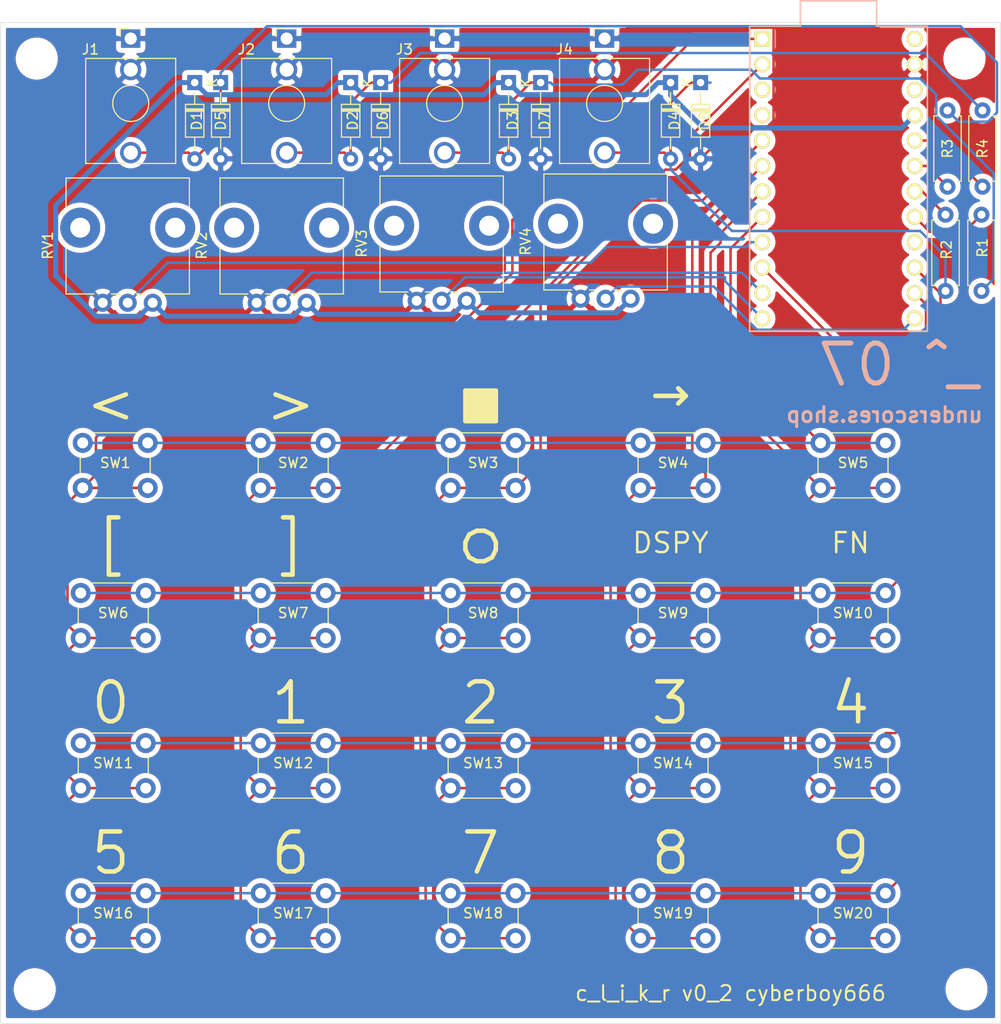
<source format=kicad_pcb>
(kicad_pcb (version 20171130) (host pcbnew "(5.1.4-0-10_14)")
  (layers (0 F.Cu signal) (31 B.Cu signal) (34 B.Paste user) (35 F.Paste user) (36 B.SilkS user) (37 F.SilkS user) (38 B.Mask user) (39 F.Mask user) (44 Edge.Cuts user))
  (net 0 "")
  (net 1 +5V)
  (net 2 analog_6)
  (net 3 analog_7)
  (net 4 analog_4)
  (net 5 analog_5)
  (net 6 GND)
  (net 7 analog_0)
  (net 8 analog_1)
  (net 9 analog_2)
  (net 10 analog_3)
  (net 11 key_y0)
  (net 12 key_x0)
  (net 13 key_x1)
  (net 14 key_x2)
  (net 15 key_x3)
  (net 16 key_x4)
  (net 17 key_y1)
  (net 18 key_y2)
  (net 19 key_y3)
  (net 20 "Net-(U1-Pad3)")
  (net 21 "Net-(U1-Pad4)")
  (net 22 "Net-(U1-Pad16)")
  (net 23 "Net-(U1-Pad22)")
  (net 24 "Net-(U1-Pad24)")
  (net 25 "Net-(D1-Pad2)")
  (net 26 "Net-(D2-Pad2)")
  (net 27 "Net-(D3-Pad2)")
  (net 28 "Net-(D4-Pad2)")
  (module MountingHole:MountingHole_3.2mm_M3 (layer F.Cu) (at 108.4 146.6)
    (fp_text reference "" (at 0 -4.2) (layer F.SilkS))
    (fp_text value MountingHole_3.2mm_M3)
    (pad 1 np_thru_hole circle (at 0 0) (size 3.2 3.2) (drill 3.2) (layers *.Cu *.Mask))
  )
  (module MountingHole:MountingHole_3.2mm_M3 (layer F.Cu) (at 201.6 146.6)
    (fp_text reference REF** hide)
    (fp_text value MountingHole_3.2mm_M3)
    (pad 1 np_thru_hole circle (at 0 0) (size 3.2 3.2) (drill 3.2) (layers *.Cu *.Mask))
  )
  (module MountingHole:MountingHole_3.2mm_M3 (layer F.Cu) (at 201.4 53.6)
    (fp_text reference REF** hide)
    (fp_text value MountingHole_3.2mm_M3)
    (pad 1 np_thru_hole circle (at 0 0) (size 3.2 3.2) (drill 3.2) (layers *.Cu *.Mask))
  )
  (module MountingHole:MountingHole_3.2mm_M3 (layer F.Cu) (at 108.6 53.6)
    (fp_text reference REF** hide)
    (fp_text value MountingHole_3.2mm_M3)
    (pad 1 np_thru_hole circle (at 0 0) (size 3.2 3.2) (drill 3.2) (layers *.Cu *.Mask))
  )
  (module Diode_THT:D_DO-34_SOD68_P7.62mm_Horizontal (layer F.Cu) (at 124.4 56 270)
    (fp_text reference D1 (at 3.81 -0.2 90) (layer F.SilkS))
    (fp_text value bat46)
    (fp_text user K (at 0 -1.75 90) (layer F.SilkS))
    (pad 2 thru_hole oval (at 7.62 0 270) (size 1.5 1.5) (drill 0.75) (layers *.Cu *.Mask) (net 25 "Net-(D1-Pad2)"))
    (pad 1 thru_hole rect (at 0 0 270) (size 1.5 1.5) (drill 0.75) (layers *.Cu *.Mask) (net 1 +5V))
  )
  (module Diode_THT:D_DO-34_SOD68_P7.62mm_Horizontal (layer F.Cu) (at 140 56 270)
    (fp_text reference D2 (at 3.81 -0.2 90) (layer F.SilkS))
    (fp_text value bat46)
    (fp_text user K (at 0 -1.75 90) (layer F.SilkS))
    (pad 2 thru_hole oval (at 7.62 0 270) (size 1.5 1.5) (drill 0.75) (layers *.Cu *.Mask) (net 26 "Net-(D2-Pad2)"))
    (pad 1 thru_hole rect (at 0 0 270) (size 1.5 1.5) (drill 0.75) (layers *.Cu *.Mask) (net 1 +5V))
  )
  (module Diode_THT:D_DO-34_SOD68_P7.62mm_Horizontal (layer F.Cu) (at 155.8 56 270)
    (fp_text reference D3 (at 3.8 -0.4 90) (layer F.SilkS))
    (fp_text value bat46)
    (fp_text user K (at 0 -1.75 90) (layer F.SilkS))
    (pad 2 thru_hole oval (at 7.62 0 270) (size 1.5 1.5) (drill 0.75) (layers *.Cu *.Mask) (net 27 "Net-(D3-Pad2)"))
    (pad 1 thru_hole rect (at 0 0 270) (size 1.5 1.5) (drill 0.75) (layers *.Cu *.Mask) (net 1 +5V))
  )
  (module Diode_THT:D_DO-34_SOD68_P7.62mm_Horizontal (layer F.Cu) (at 172 56 270)
    (fp_text reference D4 (at 3.8 -0.4 90) (layer F.SilkS))
    (fp_text value bat46)
    (fp_text user K (at 0 -1.75 90) (layer F.SilkS))
    (pad 2 thru_hole oval (at 7.62 0 270) (size 1.5 1.5) (drill 0.75) (layers *.Cu *.Mask) (net 28 "Net-(D4-Pad2)"))
    (pad 1 thru_hole rect (at 0 0 270) (size 1.5 1.5) (drill 0.75) (layers *.Cu *.Mask) (net 1 +5V))
  )
  (module Diode_THT:D_DO-34_SOD68_P7.62mm_Horizontal (layer F.Cu) (at 127 56 270)
    (fp_text reference D5 (at 3.81 0 90) (layer F.SilkS))
    (fp_text value bat46)
    (pad 2 thru_hole oval (at 7.62 0 270) (size 1.5 1.5) (drill 0.75) (layers *.Cu *.Mask) (net 6 GND))
    (pad 1 thru_hole rect (at 0 0 270) (size 1.5 1.5) (drill 0.75) (layers *.Cu *.Mask) (net 25 "Net-(D1-Pad2)"))
  )
  (module Diode_THT:D_DO-34_SOD68_P7.62mm_Horizontal (layer F.Cu) (at 143 56 270)
    (fp_text reference D6 (at 3.81 -0.2 90) (layer F.SilkS))
    (fp_text value bat46)
    (pad 2 thru_hole oval (at 7.62 0 270) (size 1.5 1.5) (drill 0.75) (layers *.Cu *.Mask) (net 6 GND))
    (pad 1 thru_hole rect (at 0 0 270) (size 1.5 1.5) (drill 0.75) (layers *.Cu *.Mask) (net 26 "Net-(D2-Pad2)"))
  )
  (module Diode_THT:D_DO-34_SOD68_P7.62mm_Horizontal (layer F.Cu) (at 159 56 270)
    (fp_text reference D7 (at 3.8 -0.4 90) (layer F.SilkS))
    (fp_text value bat46)
    (pad 2 thru_hole oval (at 7.62 0 270) (size 1.5 1.5) (drill 0.75) (layers *.Cu *.Mask) (net 6 GND))
    (pad 1 thru_hole rect (at 0 0 270) (size 1.5 1.5) (drill 0.75) (layers *.Cu *.Mask) (net 27 "Net-(D3-Pad2)"))
  )
  (module Diode_THT:D_DO-34_SOD68_P7.62mm_Horizontal (layer F.Cu) (at 175 56 270)
    (fp_text reference D8 (at 3.81 -0.4 90) (layer F.SilkS))
    (fp_text value bat46)
    (pad 2 thru_hole oval (at 7.62 0 270) (size 1.5 1.5) (drill 0.75) (layers *.Cu *.Mask) (net 6 GND))
    (pad 1 thru_hole rect (at 0 0 270) (size 1.5 1.5) (drill 0.75) (layers *.Cu *.Mask) (net 28 "Net-(D4-Pad2)"))
  )
  (module Connector_Audio:Jack_3.5mm_QingPu_WQP-PJ398SM_Vertical_CircularHoles (layer F.Cu) (at 118 51.6)
    (fp_text reference J1 (at -4.03 1.08 180) (layer F.SilkS))
    (fp_text value mono_jack_3.5mm)
    (pad T thru_hole circle (at 0 11.4 180) (size 2.13 2.13) (drill 1.43) (layers *.Cu *.Mask) (net 25 "Net-(D1-Pad2)"))
    (pad S thru_hole rect (at 0 0 180) (size 1.93 1.83) (drill 1.22) (layers *.Cu *.Mask) (net 6 GND))
    (pad TN thru_hole circle (at 0 3.1 180) (size 2.13 2.13) (drill 1.42) (layers *.Cu *.Mask) (net 6 GND))
  )
  (module Connector_Audio:Jack_3.5mm_QingPu_WQP-PJ398SM_Vertical_CircularHoles (layer F.Cu) (at 133.6 51.6)
    (fp_text reference J2 (at -4.03 1.08 180) (layer F.SilkS))
    (fp_text value mono_jack_3.5mm)
    (pad T thru_hole circle (at 0 11.4 180) (size 2.13 2.13) (drill 1.43) (layers *.Cu *.Mask) (net 26 "Net-(D2-Pad2)"))
    (pad S thru_hole rect (at 0 0 180) (size 1.93 1.83) (drill 1.22) (layers *.Cu *.Mask) (net 6 GND))
    (pad TN thru_hole circle (at 0 3.1 180) (size 2.13 2.13) (drill 1.42) (layers *.Cu *.Mask) (net 6 GND))
  )
  (module Connector_Audio:Jack_3.5mm_QingPu_WQP-PJ398SM_Vertical_CircularHoles (layer F.Cu) (at 149.4 51.6)
    (fp_text reference J3 (at -4.03 1.08 180) (layer F.SilkS))
    (fp_text value mono_jack_3.5mm)
    (pad T thru_hole circle (at 0 11.4 180) (size 2.13 2.13) (drill 1.43) (layers *.Cu *.Mask) (net 27 "Net-(D3-Pad2)"))
    (pad S thru_hole rect (at 0 0 180) (size 1.93 1.83) (drill 1.22) (layers *.Cu *.Mask) (net 6 GND))
    (pad TN thru_hole circle (at 0 3.1 180) (size 2.13 2.13) (drill 1.42) (layers *.Cu *.Mask) (net 6 GND))
  )
  (module Connector_Audio:Jack_3.5mm_QingPu_WQP-PJ398SM_Vertical_CircularHoles (layer F.Cu) (at 165.4 51.6)
    (fp_text reference J4 (at -4.03 1.08 180) (layer F.SilkS))
    (fp_text value mono_jack_3.5mm)
    (pad T thru_hole circle (at 0 11.4 180) (size 2.13 2.13) (drill 1.43) (layers *.Cu *.Mask) (net 28 "Net-(D4-Pad2)"))
    (pad S thru_hole rect (at 0 0 180) (size 1.93 1.83) (drill 1.22) (layers *.Cu *.Mask) (net 6 GND))
    (pad TN thru_hole circle (at 0 3.1 180) (size 2.13 2.13) (drill 1.42) (layers *.Cu *.Mask) (net 6 GND))
  )
  (module Potentiometer_THT:Potentiometer_Alps_RK09L_Single_Vertical (layer F.Cu) (at 120.2 78 90)
    (fp_text reference RV1 (at 5.725 -10.5 90) (layer F.SilkS))
    (fp_text value 10k_pot)
    (pad "" np_thru_hole circle (at 7.5 2.25 90) (size 4 4) (drill 2) (layers *.Cu *.Mask))
    (pad "" np_thru_hole circle (at 7.5 -7.25 90) (size 4 4) (drill 2) (layers *.Cu *.Mask))
    (pad 1 thru_hole circle (at 0 0 90) (size 1.8 1.8) (drill 1) (layers *.Cu *.Mask) (net 1 +5V))
    (pad 2 thru_hole circle (at 0 -2.5 90) (size 1.8 1.8) (drill 1) (layers *.Cu *.Mask) (net 7 analog_0))
    (pad 3 thru_hole circle (at 0 -5 90) (size 1.8 1.8) (drill 1) (layers *.Cu *.Mask) (net 6 GND))
  )
  (module Potentiometer_THT:Potentiometer_Alps_RK09L_Single_Vertical (layer F.Cu) (at 135.6 78 90)
    (fp_text reference RV2 (at 5.725 -10.5 90) (layer F.SilkS))
    (fp_text value 10k_pot)
    (pad "" np_thru_hole circle (at 7.5 2.25 90) (size 4 4) (drill 2) (layers *.Cu *.Mask))
    (pad "" np_thru_hole circle (at 7.5 -7.25 90) (size 4 4) (drill 2) (layers *.Cu *.Mask))
    (pad 1 thru_hole circle (at 0 0 90) (size 1.8 1.8) (drill 1) (layers *.Cu *.Mask) (net 1 +5V))
    (pad 2 thru_hole circle (at 0 -2.5 90) (size 1.8 1.8) (drill 1) (layers *.Cu *.Mask) (net 8 analog_1))
    (pad 3 thru_hole circle (at 0 -5 90) (size 1.8 1.8) (drill 1) (layers *.Cu *.Mask) (net 6 GND))
  )
  (module Potentiometer_THT:Potentiometer_Alps_RK09L_Single_Vertical (layer F.Cu) (at 151.6 77.8 90)
    (fp_text reference RV3 (at 5.725 -10.5 90) (layer F.SilkS))
    (fp_text value 10k_pot)
    (pad "" np_thru_hole circle (at 7.5 2.25 90) (size 4 4) (drill 2) (layers *.Cu *.Mask))
    (pad "" np_thru_hole circle (at 7.5 -7.25 90) (size 4 4) (drill 2) (layers *.Cu *.Mask))
    (pad 1 thru_hole circle (at 0 0 90) (size 1.8 1.8) (drill 1) (layers *.Cu *.Mask) (net 1 +5V))
    (pad 2 thru_hole circle (at 0 -2.5 90) (size 1.8 1.8) (drill 1) (layers *.Cu *.Mask) (net 9 analog_2))
    (pad 3 thru_hole circle (at 0 -5 90) (size 1.8 1.8) (drill 1) (layers *.Cu *.Mask) (net 6 GND))
  )
  (module Potentiometer_THT:Potentiometer_Alps_RK09L_Single_Vertical (layer F.Cu) (at 168 77.6 90)
    (fp_text reference RV4 (at 5.725 -10.5 90) (layer F.SilkS))
    (fp_text value 10k_pot)
    (pad "" np_thru_hole circle (at 7.5 2.25 90) (size 4 4) (drill 2) (layers *.Cu *.Mask))
    (pad "" np_thru_hole circle (at 7.5 -7.25 90) (size 4 4) (drill 2) (layers *.Cu *.Mask))
    (pad 1 thru_hole circle (at 0 0 90) (size 1.8 1.8) (drill 1) (layers *.Cu *.Mask) (net 1 +5V))
    (pad 2 thru_hole circle (at 0 -2.5 90) (size 1.8 1.8) (drill 1) (layers *.Cu *.Mask) (net 10 analog_3))
    (pad 3 thru_hole circle (at 0 -5 90) (size 1.8 1.8) (drill 1) (layers *.Cu *.Mask) (net 6 GND))
  )
  (module Button_Switch_THT:SW_PUSH_6mm_H7.3mm (layer F.Cu) (at 113.2 92)
    (fp_text reference SW1 (at 3.25 2) (layer F.SilkS))
    (fp_text value Push)
    (pad 1 thru_hole circle (at 6.5 0 90) (size 2 2) (drill 1.1) (layers *.Cu *.Mask) (net 11 key_y0))
    (pad 2 thru_hole circle (at 6.5 4.5 90) (size 2 2) (drill 1.1) (layers *.Cu *.Mask) (net 12 key_x0))
    (pad 1 thru_hole circle (at 0 0 90) (size 2 2) (drill 1.1) (layers *.Cu *.Mask) (net 11 key_y0))
    (pad 2 thru_hole circle (at 0 4.5 90) (size 2 2) (drill 1.1) (layers *.Cu *.Mask) (net 12 key_x0))
  )
  (module Button_Switch_THT:SW_PUSH_6mm_H7.3mm (layer F.Cu) (at 131 92)
    (fp_text reference SW2 (at 3.25 2) (layer F.SilkS))
    (fp_text value Push)
    (pad 1 thru_hole circle (at 6.5 0 90) (size 2 2) (drill 1.1) (layers *.Cu *.Mask) (net 11 key_y0))
    (pad 2 thru_hole circle (at 6.5 4.5 90) (size 2 2) (drill 1.1) (layers *.Cu *.Mask) (net 13 key_x1))
    (pad 1 thru_hole circle (at 0 0 90) (size 2 2) (drill 1.1) (layers *.Cu *.Mask) (net 11 key_y0))
    (pad 2 thru_hole circle (at 0 4.5 90) (size 2 2) (drill 1.1) (layers *.Cu *.Mask) (net 13 key_x1))
  )
  (module Button_Switch_THT:SW_PUSH_6mm_H7.3mm (layer F.Cu) (at 150 92)
    (fp_text reference SW3 (at 3.25 2) (layer F.SilkS))
    (fp_text value Push)
    (pad 1 thru_hole circle (at 6.5 0 90) (size 2 2) (drill 1.1) (layers *.Cu *.Mask) (net 11 key_y0))
    (pad 2 thru_hole circle (at 6.5 4.5 90) (size 2 2) (drill 1.1) (layers *.Cu *.Mask) (net 14 key_x2))
    (pad 1 thru_hole circle (at 0 0 90) (size 2 2) (drill 1.1) (layers *.Cu *.Mask) (net 11 key_y0))
    (pad 2 thru_hole circle (at 0 4.5 90) (size 2 2) (drill 1.1) (layers *.Cu *.Mask) (net 14 key_x2))
  )
  (module Button_Switch_THT:SW_PUSH_6mm_H7.3mm (layer F.Cu) (at 169 92)
    (fp_text reference SW4 (at 3.25 2) (layer F.SilkS))
    (fp_text value Push)
    (pad 1 thru_hole circle (at 6.5 0 90) (size 2 2) (drill 1.1) (layers *.Cu *.Mask) (net 11 key_y0))
    (pad 2 thru_hole circle (at 6.5 4.5 90) (size 2 2) (drill 1.1) (layers *.Cu *.Mask) (net 15 key_x3))
    (pad 1 thru_hole circle (at 0 0 90) (size 2 2) (drill 1.1) (layers *.Cu *.Mask) (net 11 key_y0))
    (pad 2 thru_hole circle (at 0 4.5 90) (size 2 2) (drill 1.1) (layers *.Cu *.Mask) (net 15 key_x3))
  )
  (module Button_Switch_THT:SW_PUSH_6mm_H7.3mm (layer F.Cu) (at 187 92)
    (fp_text reference SW5 (at 3.25 2) (layer F.SilkS))
    (fp_text value Push)
    (pad 1 thru_hole circle (at 6.5 0 90) (size 2 2) (drill 1.1) (layers *.Cu *.Mask) (net 11 key_y0))
    (pad 2 thru_hole circle (at 6.5 4.5 90) (size 2 2) (drill 1.1) (layers *.Cu *.Mask) (net 16 key_x4))
    (pad 1 thru_hole circle (at 0 0 90) (size 2 2) (drill 1.1) (layers *.Cu *.Mask) (net 11 key_y0))
    (pad 2 thru_hole circle (at 0 4.5 90) (size 2 2) (drill 1.1) (layers *.Cu *.Mask) (net 16 key_x4))
  )
  (module Button_Switch_THT:SW_PUSH_6mm_H7.3mm (layer F.Cu) (at 113 107)
    (fp_text reference SW6 (at 3.25 2) (layer F.SilkS))
    (fp_text value Push)
    (pad 1 thru_hole circle (at 6.5 0 90) (size 2 2) (drill 1.1) (layers *.Cu *.Mask) (net 17 key_y1))
    (pad 2 thru_hole circle (at 6.5 4.5 90) (size 2 2) (drill 1.1) (layers *.Cu *.Mask) (net 12 key_x0))
    (pad 1 thru_hole circle (at 0 0 90) (size 2 2) (drill 1.1) (layers *.Cu *.Mask) (net 17 key_y1))
    (pad 2 thru_hole circle (at 0 4.5 90) (size 2 2) (drill 1.1) (layers *.Cu *.Mask) (net 12 key_x0))
  )
  (module Button_Switch_THT:SW_PUSH_6mm_H7.3mm (layer F.Cu) (at 131 107)
    (fp_text reference SW7 (at 3.25 2) (layer F.SilkS))
    (fp_text value Push)
    (pad 1 thru_hole circle (at 6.5 0 90) (size 2 2) (drill 1.1) (layers *.Cu *.Mask) (net 17 key_y1))
    (pad 2 thru_hole circle (at 6.5 4.5 90) (size 2 2) (drill 1.1) (layers *.Cu *.Mask) (net 13 key_x1))
    (pad 1 thru_hole circle (at 0 0 90) (size 2 2) (drill 1.1) (layers *.Cu *.Mask) (net 17 key_y1))
    (pad 2 thru_hole circle (at 0 4.5 90) (size 2 2) (drill 1.1) (layers *.Cu *.Mask) (net 13 key_x1))
  )
  (module Button_Switch_THT:SW_PUSH_6mm_H7.3mm (layer F.Cu) (at 150 107)
    (fp_text reference SW8 (at 3.25 2) (layer F.SilkS))
    (fp_text value Push)
    (pad 1 thru_hole circle (at 6.5 0 90) (size 2 2) (drill 1.1) (layers *.Cu *.Mask) (net 17 key_y1))
    (pad 2 thru_hole circle (at 6.5 4.5 90) (size 2 2) (drill 1.1) (layers *.Cu *.Mask) (net 14 key_x2))
    (pad 1 thru_hole circle (at 0 0 90) (size 2 2) (drill 1.1) (layers *.Cu *.Mask) (net 17 key_y1))
    (pad 2 thru_hole circle (at 0 4.5 90) (size 2 2) (drill 1.1) (layers *.Cu *.Mask) (net 14 key_x2))
  )
  (module Button_Switch_THT:SW_PUSH_6mm_H7.3mm (layer F.Cu) (at 169 107)
    (fp_text reference SW9 (at 3.25 2) (layer F.SilkS))
    (fp_text value Push)
    (pad 1 thru_hole circle (at 6.5 0 90) (size 2 2) (drill 1.1) (layers *.Cu *.Mask) (net 17 key_y1))
    (pad 2 thru_hole circle (at 6.5 4.5 90) (size 2 2) (drill 1.1) (layers *.Cu *.Mask) (net 15 key_x3))
    (pad 1 thru_hole circle (at 0 0 90) (size 2 2) (drill 1.1) (layers *.Cu *.Mask) (net 17 key_y1))
    (pad 2 thru_hole circle (at 0 4.5 90) (size 2 2) (drill 1.1) (layers *.Cu *.Mask) (net 15 key_x3))
  )
  (module Button_Switch_THT:SW_PUSH_6mm_H7.3mm (layer F.Cu) (at 187 107)
    (fp_text reference SW10 (at 3.25 2) (layer F.SilkS))
    (fp_text value Push)
    (pad 1 thru_hole circle (at 6.5 0 90) (size 2 2) (drill 1.1) (layers *.Cu *.Mask) (net 17 key_y1))
    (pad 2 thru_hole circle (at 6.5 4.5 90) (size 2 2) (drill 1.1) (layers *.Cu *.Mask) (net 16 key_x4))
    (pad 1 thru_hole circle (at 0 0 90) (size 2 2) (drill 1.1) (layers *.Cu *.Mask) (net 17 key_y1))
    (pad 2 thru_hole circle (at 0 4.5 90) (size 2 2) (drill 1.1) (layers *.Cu *.Mask) (net 16 key_x4))
  )
  (module Button_Switch_THT:SW_PUSH_6mm_H7.3mm (layer F.Cu) (at 113 122)
    (fp_text reference SW11 (at 3.25 2) (layer F.SilkS))
    (fp_text value Push)
    (pad 1 thru_hole circle (at 6.5 0 90) (size 2 2) (drill 1.1) (layers *.Cu *.Mask) (net 18 key_y2))
    (pad 2 thru_hole circle (at 6.5 4.5 90) (size 2 2) (drill 1.1) (layers *.Cu *.Mask) (net 12 key_x0))
    (pad 1 thru_hole circle (at 0 0 90) (size 2 2) (drill 1.1) (layers *.Cu *.Mask) (net 18 key_y2))
    (pad 2 thru_hole circle (at 0 4.5 90) (size 2 2) (drill 1.1) (layers *.Cu *.Mask) (net 12 key_x0))
  )
  (module Button_Switch_THT:SW_PUSH_6mm_H7.3mm (layer F.Cu) (at 131 122)
    (fp_text reference SW12 (at 3.25 2) (layer F.SilkS))
    (fp_text value Push)
    (pad 1 thru_hole circle (at 6.5 0 90) (size 2 2) (drill 1.1) (layers *.Cu *.Mask) (net 18 key_y2))
    (pad 2 thru_hole circle (at 6.5 4.5 90) (size 2 2) (drill 1.1) (layers *.Cu *.Mask) (net 13 key_x1))
    (pad 1 thru_hole circle (at 0 0 90) (size 2 2) (drill 1.1) (layers *.Cu *.Mask) (net 18 key_y2))
    (pad 2 thru_hole circle (at 0 4.5 90) (size 2 2) (drill 1.1) (layers *.Cu *.Mask) (net 13 key_x1))
  )
  (module Button_Switch_THT:SW_PUSH_6mm_H7.3mm (layer F.Cu) (at 150 122)
    (fp_text reference SW13 (at 3.25 2) (layer F.SilkS))
    (fp_text value Push)
    (pad 1 thru_hole circle (at 6.5 0 90) (size 2 2) (drill 1.1) (layers *.Cu *.Mask) (net 18 key_y2))
    (pad 2 thru_hole circle (at 6.5 4.5 90) (size 2 2) (drill 1.1) (layers *.Cu *.Mask) (net 14 key_x2))
    (pad 1 thru_hole circle (at 0 0 90) (size 2 2) (drill 1.1) (layers *.Cu *.Mask) (net 18 key_y2))
    (pad 2 thru_hole circle (at 0 4.5 90) (size 2 2) (drill 1.1) (layers *.Cu *.Mask) (net 14 key_x2))
  )
  (module Button_Switch_THT:SW_PUSH_6mm_H7.3mm (layer F.Cu) (at 169 122)
    (fp_text reference SW14 (at 3.25 2) (layer F.SilkS))
    (fp_text value Push)
    (pad 1 thru_hole circle (at 6.5 0 90) (size 2 2) (drill 1.1) (layers *.Cu *.Mask) (net 18 key_y2))
    (pad 2 thru_hole circle (at 6.5 4.5 90) (size 2 2) (drill 1.1) (layers *.Cu *.Mask) (net 15 key_x3))
    (pad 1 thru_hole circle (at 0 0 90) (size 2 2) (drill 1.1) (layers *.Cu *.Mask) (net 18 key_y2))
    (pad 2 thru_hole circle (at 0 4.5 90) (size 2 2) (drill 1.1) (layers *.Cu *.Mask) (net 15 key_x3))
  )
  (module Button_Switch_THT:SW_PUSH_6mm_H7.3mm (layer F.Cu) (at 187 122)
    (fp_text reference SW15 (at 3.25 2) (layer F.SilkS))
    (fp_text value Push)
    (pad 1 thru_hole circle (at 6.5 0 90) (size 2 2) (drill 1.1) (layers *.Cu *.Mask) (net 18 key_y2))
    (pad 2 thru_hole circle (at 6.5 4.5 90) (size 2 2) (drill 1.1) (layers *.Cu *.Mask) (net 16 key_x4))
    (pad 1 thru_hole circle (at 0 0 90) (size 2 2) (drill 1.1) (layers *.Cu *.Mask) (net 18 key_y2))
    (pad 2 thru_hole circle (at 0 4.5 90) (size 2 2) (drill 1.1) (layers *.Cu *.Mask) (net 16 key_x4))
  )
  (module Button_Switch_THT:SW_PUSH_6mm_H7.3mm (layer F.Cu) (at 113 137)
    (fp_text reference SW16 (at 3.25 2) (layer F.SilkS))
    (fp_text value Push)
    (pad 1 thru_hole circle (at 6.5 0 90) (size 2 2) (drill 1.1) (layers *.Cu *.Mask) (net 19 key_y3))
    (pad 2 thru_hole circle (at 6.5 4.5 90) (size 2 2) (drill 1.1) (layers *.Cu *.Mask) (net 12 key_x0))
    (pad 1 thru_hole circle (at 0 0 90) (size 2 2) (drill 1.1) (layers *.Cu *.Mask) (net 19 key_y3))
    (pad 2 thru_hole circle (at 0 4.5 90) (size 2 2) (drill 1.1) (layers *.Cu *.Mask) (net 12 key_x0))
  )
  (module Button_Switch_THT:SW_PUSH_6mm_H7.3mm (layer F.Cu) (at 131 137)
    (fp_text reference SW17 (at 3.25 2) (layer F.SilkS))
    (fp_text value Push)
    (pad 1 thru_hole circle (at 6.5 0 90) (size 2 2) (drill 1.1) (layers *.Cu *.Mask) (net 19 key_y3))
    (pad 2 thru_hole circle (at 6.5 4.5 90) (size 2 2) (drill 1.1) (layers *.Cu *.Mask) (net 13 key_x1))
    (pad 1 thru_hole circle (at 0 0 90) (size 2 2) (drill 1.1) (layers *.Cu *.Mask) (net 19 key_y3))
    (pad 2 thru_hole circle (at 0 4.5 90) (size 2 2) (drill 1.1) (layers *.Cu *.Mask) (net 13 key_x1))
  )
  (module Button_Switch_THT:SW_PUSH_6mm_H7.3mm (layer F.Cu) (at 150 137)
    (fp_text reference SW18 (at 3.25 2) (layer F.SilkS))
    (fp_text value Push)
    (pad 1 thru_hole circle (at 6.5 0 90) (size 2 2) (drill 1.1) (layers *.Cu *.Mask) (net 19 key_y3))
    (pad 2 thru_hole circle (at 6.5 4.5 90) (size 2 2) (drill 1.1) (layers *.Cu *.Mask) (net 14 key_x2))
    (pad 1 thru_hole circle (at 0 0 90) (size 2 2) (drill 1.1) (layers *.Cu *.Mask) (net 19 key_y3))
    (pad 2 thru_hole circle (at 0 4.5 90) (size 2 2) (drill 1.1) (layers *.Cu *.Mask) (net 14 key_x2))
  )
  (module Button_Switch_THT:SW_PUSH_6mm_H7.3mm (layer F.Cu) (at 169 137)
    (fp_text reference SW19 (at 3.25 2) (layer F.SilkS))
    (fp_text value Push)
    (pad 1 thru_hole circle (at 6.5 0 90) (size 2 2) (drill 1.1) (layers *.Cu *.Mask) (net 19 key_y3))
    (pad 2 thru_hole circle (at 6.5 4.5 90) (size 2 2) (drill 1.1) (layers *.Cu *.Mask) (net 15 key_x3))
    (pad 1 thru_hole circle (at 0 0 90) (size 2 2) (drill 1.1) (layers *.Cu *.Mask) (net 19 key_y3))
    (pad 2 thru_hole circle (at 0 4.5 90) (size 2 2) (drill 1.1) (layers *.Cu *.Mask) (net 15 key_x3))
  )
  (module Button_Switch_THT:SW_PUSH_6mm_H7.3mm (layer F.Cu) (at 187 137)
    (fp_text reference SW20 (at 3.25 2) (layer F.SilkS))
    (fp_text value Push)
    (pad 1 thru_hole circle (at 6.5 0 90) (size 2 2) (drill 1.1) (layers *.Cu *.Mask) (net 19 key_y3))
    (pad 2 thru_hole circle (at 6.5 4.5 90) (size 2 2) (drill 1.1) (layers *.Cu *.Mask) (net 16 key_x4))
    (pad 1 thru_hole circle (at 0 0 90) (size 2 2) (drill 1.1) (layers *.Cu *.Mask) (net 19 key_y3))
    (pad 2 thru_hole circle (at 0 4.5 90) (size 2 2) (drill 1.1) (layers *.Cu *.Mask) (net 16 key_x4))
  )
  (module project_parts:ProMicro (layer F.Cu) (at 188.8 65.6 270)
    (fp_text reference U1 hide)
    (fp_text value ProMicro)
    (pad 24 thru_hole circle (at -13.97 -7.62 270) (size 1.6 1.6) (drill 1.1) (layers *.Cu *.Mask F.SilkS) (net 24 "Net-(U1-Pad24)"))
    (pad 23 thru_hole circle (at -11.43 -7.62 270) (size 1.6 1.6) (drill 1.1) (layers *.Cu *.Mask F.SilkS) (net 6 GND))
    (pad 22 thru_hole circle (at -8.89 -7.62 270) (size 1.6 1.6) (drill 1.1) (layers *.Cu *.Mask F.SilkS) (net 23 "Net-(U1-Pad22)"))
    (pad 21 thru_hole circle (at -6.35 -7.62 270) (size 1.6 1.6) (drill 1.1) (layers *.Cu *.Mask F.SilkS) (net 1 +5V))
    (pad 20 thru_hole circle (at -3.81 -7.62 270) (size 1.6 1.6) (drill 1.1) (layers *.Cu *.Mask F.SilkS) (net 3 analog_7))
    (pad 19 thru_hole circle (at -1.27 -7.62 270) (size 1.6 1.6) (drill 1.1) (layers *.Cu *.Mask F.SilkS) (net 2 analog_6))
    (pad 18 thru_hole circle (at 1.27 -7.62 270) (size 1.6 1.6) (drill 1.1) (layers *.Cu *.Mask F.SilkS) (net 5 analog_5))
    (pad 17 thru_hole circle (at 3.81 -7.62 270) (size 1.6 1.6) (drill 1.1) (layers *.Cu *.Mask F.SilkS) (net 4 analog_4))
    (pad 16 thru_hole circle (at 6.35 -7.62 270) (size 1.6 1.6) (drill 1.1) (layers *.Cu *.Mask F.SilkS) (net 22 "Net-(U1-Pad16)"))
    (pad 15 thru_hole circle (at 8.89 -7.62 270) (size 1.6 1.6) (drill 1.1) (layers *.Cu *.Mask F.SilkS) (net 19 key_y3))
    (pad 14 thru_hole circle (at 11.43 -7.62 270) (size 1.6 1.6) (drill 1.1) (layers *.Cu *.Mask F.SilkS) (net 18 key_y2))
    (pad 13 thru_hole circle (at 13.97 -7.62 270) (size 1.6 1.6) (drill 1.1) (layers *.Cu *.Mask F.SilkS) (net 10 analog_3))
    (pad 12 thru_hole circle (at 13.97 7.62 270) (size 1.6 1.6) (drill 1.1) (layers *.Cu *.Mask F.SilkS) (net 9 analog_2))
    (pad 11 thru_hole circle (at 11.43 7.62 270) (size 1.6 1.6) (drill 1.1) (layers *.Cu *.Mask F.SilkS) (net 8 analog_1))
    (pad 10 thru_hole circle (at 8.89 7.62 270) (size 1.6 1.6) (drill 1.1) (layers *.Cu *.Mask F.SilkS) (net 17 key_y1))
    (pad 9 thru_hole circle (at 6.35 7.62 270) (size 1.6 1.6) (drill 1.1) (layers *.Cu *.Mask F.SilkS) (net 7 analog_0))
    (pad 8 thru_hole circle (at 3.81 7.62 270) (size 1.6 1.6) (drill 1.1) (layers *.Cu *.Mask F.SilkS) (net 11 key_y0))
    (pad 7 thru_hole circle (at 1.27 7.62 270) (size 1.6 1.6) (drill 1.1) (layers *.Cu *.Mask F.SilkS) (net 16 key_x4))
    (pad 6 thru_hole circle (at -1.27 7.62 270) (size 1.6 1.6) (drill 1.1) (layers *.Cu *.Mask F.SilkS) (net 15 key_x3))
    (pad 5 thru_hole circle (at -3.81 7.62 270) (size 1.6 1.6) (drill 1.1) (layers *.Cu *.Mask F.SilkS) (net 14 key_x2))
    (pad 4 thru_hole circle (at -6.35 7.62 270) (size 1.6 1.6) (drill 1.1) (layers *.Cu *.Mask F.SilkS) (net 21 "Net-(U1-Pad4)"))
    (pad 3 thru_hole circle (at -8.89 7.62 270) (size 1.6 1.6) (drill 1.1) (layers *.Cu *.Mask F.SilkS) (net 20 "Net-(U1-Pad3)"))
    (pad 2 thru_hole circle (at -11.43 7.62 270) (size 1.6 1.6) (drill 1.1) (layers *.Cu *.Mask F.SilkS) (net 13 key_x1))
    (pad 1 thru_hole rect (at -13.97 7.62 270) (size 1.6 1.6) (drill 1.1) (layers *.Cu *.Mask F.SilkS) (net 12 key_x0))
  )
  (module Resistor_THT:R_Axial_DIN0207_L6.3mm_D2.5mm_P7.62mm_Horizontal (layer F.Cu) (at 203.1 69.2 270)
    (fp_text reference R1 (at 3.3 -0.1 90) (layer F.SilkS))
    (fp_text value 1k)
    (pad 2 thru_hole oval (at 7.62 0 270) (size 1.6 1.6) (drill 0.8) (layers *.Cu *.Mask) (net 27 "Net-(D3-Pad2)"))
    (pad 1 thru_hole circle (at 0 0 270) (size 1.6 1.6) (drill 0.8) (layers *.Cu *.Mask) (net 4 analog_4))
  )
  (module Resistor_THT:R_Axial_DIN0207_L6.3mm_D2.5mm_P7.62mm_Horizontal (layer F.Cu) (at 199.5 69.2 270)
    (fp_text reference R2 (at 3.5 -0.1 90) (layer F.SilkS))
    (fp_text value 1k)
    (pad 1 thru_hole circle (at 0 0 270) (size 1.6 1.6) (drill 0.8) (layers *.Cu *.Mask) (net 5 analog_5))
    (pad 2 thru_hole oval (at 7.62 0 270) (size 1.6 1.6) (drill 0.8) (layers *.Cu *.Mask) (net 28 "Net-(D4-Pad2)"))
  )
  (module Resistor_THT:R_Axial_DIN0207_L6.3mm_D2.5mm_P7.62mm_Horizontal (layer F.Cu) (at 199.7 66.4 90)
    (fp_text reference R3 (at 3.8 0 90) (layer F.SilkS))
    (fp_text value 1k)
    (pad 2 thru_hole oval (at 7.62 0 90) (size 1.6 1.6) (drill 0.8) (layers *.Cu *.Mask) (net 25 "Net-(D1-Pad2)"))
    (pad 1 thru_hole circle (at 0 0 90) (size 1.6 1.6) (drill 0.8) (layers *.Cu *.Mask) (net 2 analog_6))
  )
  (module Resistor_THT:R_Axial_DIN0207_L6.3mm_D2.5mm_P7.62mm_Horizontal (layer F.Cu) (at 203.2 66.4 90)
    (fp_text reference R4 (at 3.8 0 90) (layer F.SilkS))
    (fp_text value 1k)
    (pad 1 thru_hole circle (at 0 0 90) (size 1.6 1.6) (drill 0.8) (layers *.Cu *.Mask) (net 3 analog_7))
    (pad 2 thru_hole oval (at 7.62 0 90) (size 1.6 1.6) (drill 0.8) (layers *.Cu *.Mask) (net 26 "Net-(D2-Pad2)"))
  )
  (gr_text "_^ 07" (at 194.8 84.2) (layer B.SilkS) (effects (font (size 4 4) (thickness 0.5)) (justify mirror)))
  (gr_text underscores.shop (at 193.4 89.2) (layer B.SilkS) (effects (font (size 1.5 1.5) (thickness 0.3)) (justify mirror)))
  (gr_text "c_l_i_k_r v0_2 cyberboy666" (at 178 147) (layer F.SilkS) (effects (font (size 1.5 1.5) (thickness 0.2))))
  (gr_text 9 (at 190 133) (layer F.SilkS) (effects (font (size 4 4) (thickness 0.45))))
  (gr_text 8 (at 172 133) (layer F.SilkS) (effects (font (size 4 4) (thickness 0.45))))
  (gr_text 7 (at 153 133) (layer F.SilkS) (effects (font (size 4 4) (thickness 0.45))))
  (gr_text 6 (at 134 133) (layer F.SilkS) (effects (font (size 4 4) (thickness 0.45))))
  (gr_text 5 (at 116 133) (layer F.SilkS) (effects (font (size 4 4) (thickness 0.45))))
  (gr_text 4 (at 190 118) (layer F.SilkS) (effects (font (size 4 4) (thickness 0.45))))
  (gr_text 3 (at 172 118) (layer F.SilkS) (effects (font (size 4 4) (thickness 0.45))))
  (gr_text 2 (at 153 118) (layer F.SilkS) (effects (font (size 4 4) (thickness 0.45))))
  (gr_text 1 (at 134 118) (layer F.SilkS) (effects (font (size 4 4) (thickness 0.45))))
  (gr_text 0 (at 116 118) (layer F.SilkS) (effects (font (size 4 4) (thickness 0.45))))
  (gr_text FN (at 190 102) (layer F.SilkS) (effects (font (size 2 2) (thickness 0.25))))
  (gr_text DSPY (at 172 102) (layer F.SilkS) (effects (font (size 2 2) (thickness 0.25))))
  (gr_text ○ (at 153 102) (layer F.SilkS) (effects (font (size 4 4) (thickness 0.45))))
  (gr_text ] (at 134 102) (layer F.SilkS) (effects (font (size 4 4) (thickness 0.45))))
  (gr_text [ (at 116 102) (layer F.SilkS) (effects (font (size 4 4) (thickness 0.45))))
  (gr_text → (at 172 87) (layer F.SilkS) (effects (font (size 4 4) (thickness 0.45))))
  (gr_text ■ (at 153 88) (layer F.SilkS) (effects (font (size 4 4) (thickness 0.45))))
  (gr_text > (at 134 88) (layer F.SilkS) (effects (font (size 4 4) (thickness 0.45))))
  (gr_text < (at 116 88) (layer F.SilkS) (effects (font (size 4 4) (thickness 0.45))))
  (gr_line (start 105 150) (end 105 50) (layer Edge.Cuts) (width 0.05))
  (gr_line (start 205 150) (end 105 150) (layer Edge.Cuts) (width 0.05))
  (gr_line (start 205 50) (end 205 150) (layer Edge.Cuts) (width 0.05))
  (gr_line (start 105 50) (end 205 50) (layer Edge.Cuts) (width 0.05))
  (segment (start 172 57.25) (end 172 56) (width 0.5) (layer B.Cu) (net 1))
  (segment (start 175.289999 60.539999) (end 172 57.25) (width 0.5) (layer B.Cu) (net 1))
  (segment (start 195.130001 60.539999) (end 175.289999 60.539999) (width 0.5) (layer B.Cu) (net 1))
  (segment (start 196.42 59.25) (end 195.130001 60.539999) (width 0.5) (layer B.Cu) (net 1))
  (segment (start 157.000001 57.200001) (end 155.8 56) (width 0.5) (layer B.Cu) (net 1))
  (segment (start 169.549999 57.200001) (end 157.000001 57.200001) (width 0.5) (layer B.Cu) (net 1))
  (segment (start 170.75 56) (end 169.549999 57.200001) (width 0.5) (layer B.Cu) (net 1))
  (segment (start 172 56) (end 170.75 56) (width 0.5) (layer B.Cu) (net 1))
  (segment (start 141.200001 57.200001) (end 140 56) (width 0.5) (layer B.Cu) (net 1))
  (segment (start 154.55 56) (end 153.349999 57.200001) (width 0.5) (layer B.Cu) (net 1))
  (segment (start 153.349999 57.200001) (end 141.200001 57.200001) (width 0.5) (layer B.Cu) (net 1))
  (segment (start 155.8 56) (end 154.55 56) (width 0.5) (layer B.Cu) (net 1))
  (segment (start 125.600001 57.200001) (end 124.4 56) (width 0.5) (layer B.Cu) (net 1))
  (segment (start 137.549999 57.200001) (end 125.600001 57.200001) (width 0.5) (layer B.Cu) (net 1))
  (segment (start 138.75 56) (end 137.549999 57.200001) (width 0.5) (layer B.Cu) (net 1))
  (segment (start 140 56) (end 138.75 56) (width 0.5) (layer B.Cu) (net 1))
  (segment (start 136.750001 79.150001) (end 136.499999 78.899999) (width 0.5) (layer B.Cu) (net 1))
  (segment (start 136.499999 78.899999) (end 135.6 78) (width 0.5) (layer B.Cu) (net 1))
  (segment (start 150.249999 79.150001) (end 136.750001 79.150001) (width 0.5) (layer B.Cu) (net 1))
  (segment (start 151.6 77.8) (end 150.249999 79.150001) (width 0.5) (layer B.Cu) (net 1))
  (segment (start 121.099999 78.899999) (end 120.2 78) (width 0.5) (layer B.Cu) (net 1))
  (segment (start 121.550001 79.350001) (end 121.099999 78.899999) (width 0.5) (layer B.Cu) (net 1))
  (segment (start 134.249999 79.350001) (end 121.550001 79.350001) (width 0.5) (layer B.Cu) (net 1))
  (segment (start 135.6 78) (end 134.249999 79.350001) (width 0.5) (layer B.Cu) (net 1))
  (segment (start 167.100001 78.499999) (end 168 77.6) (width 0.5) (layer B.Cu) (net 1))
  (segment (start 152.8 79) (end 166.6 79) (width 0.5) (layer B.Cu) (net 1))
  (segment (start 166.6 79) (end 167.100001 78.499999) (width 0.5) (layer B.Cu) (net 1))
  (segment (start 151.6 77.8) (end 152.8 79) (width 0.5) (layer B.Cu) (net 1))
  (segment (start 114.551999 79.350001) (end 118.849999 79.350001) (width 0.5) (layer B.Cu) (net 1))
  (segment (start 110.499999 75.298001) (end 114.551999 79.350001) (width 0.5) (layer B.Cu) (net 1))
  (segment (start 110.499999 68.257799) (end 110.499999 75.298001) (width 0.5) (layer B.Cu) (net 1))
  (segment (start 119.300001 78.899999) (end 120.2 78) (width 0.5) (layer B.Cu) (net 1))
  (segment (start 118.849999 79.350001) (end 119.300001 78.899999) (width 0.5) (layer B.Cu) (net 1))
  (segment (start 122.757798 56) (end 110.499999 68.257799) (width 0.5) (layer B.Cu) (net 1))
  (segment (start 124.4 56) (end 122.757798 56) (width 0.5) (layer B.Cu) (net 1))
  (segment (start 197.63 64.33) (end 196.42 64.33) (width 0.25) (layer F.Cu) (net 2))
  (segment (start 199.7 66.4) (end 197.63 64.33) (width 0.25) (layer F.Cu) (net 2))
  (segment (start 198.59 61.79) (end 196.42 61.79) (width 0.25) (layer F.Cu) (net 3))
  (segment (start 203.2 66.4) (end 198.59 61.79) (width 0.25) (layer F.Cu) (net 3))
  (segment (start 202.300001 69.999999) (end 203.1 69.2) (width 0.25) (layer F.Cu) (net 4))
  (segment (start 201.4 70.9) (end 202.300001 69.999999) (width 0.25) (layer F.Cu) (net 4))
  (segment (start 197.91 70.9) (end 201.4 70.9) (width 0.25) (layer F.Cu) (net 4))
  (segment (start 196.42 69.41) (end 197.91 70.9) (width 0.25) (layer F.Cu) (net 4))
  (segment (start 197.17 66.87) (end 196.42 66.87) (width 0.25) (layer F.Cu) (net 5))
  (segment (start 199.5 69.2) (end 197.17 66.87) (width 0.25) (layer F.Cu) (net 5))
  (segment (start 192.754999 50.504999) (end 167.710001 50.504999) (width 0.25) (layer F.Cu) (net 6))
  (segment (start 196.42 54.17) (end 192.754999 50.504999) (width 0.25) (layer F.Cu) (net 6))
  (segment (start 182.305001 50.569999) (end 182.240001 50.504999) (width 0.25) (layer F.Cu) (net 6))
  (segment (start 182.305001 59.790001) (end 182.305001 50.569999) (width 0.25) (layer F.Cu) (net 6))
  (segment (start 181.720001 60.375001) (end 182.305001 59.790001) (width 0.25) (layer F.Cu) (net 6))
  (segment (start 166.615 51.6) (end 165.4 51.6) (width 0.25) (layer F.Cu) (net 6))
  (segment (start 182.240001 50.504999) (end 167.710001 50.504999) (width 0.25) (layer F.Cu) (net 6))
  (segment (start 178.244999 60.375001) (end 181.720001 60.375001) (width 0.25) (layer F.Cu) (net 6))
  (segment (start 167.710001 50.504999) (end 166.615 51.6) (width 0.25) (layer F.Cu) (net 6))
  (segment (start 175 63.62) (end 178.244999 60.375001) (width 0.25) (layer F.Cu) (net 6))
  (segment (start 180.04863 71.95) (end 181.18 71.95) (width 0.25) (layer B.Cu) (net 7))
  (segment (start 179.573629 72.425001) (end 180.04863 71.95) (width 0.25) (layer B.Cu) (net 7))
  (segment (start 164 74) (end 165.574999 72.425001) (width 0.25) (layer B.Cu) (net 7))
  (segment (start 121.7 74) (end 164 74) (width 0.25) (layer B.Cu) (net 7))
  (segment (start 165.574999 72.425001) (end 179.573629 72.425001) (width 0.25) (layer B.Cu) (net 7))
  (segment (start 117.7 78) (end 121.7 74) (width 0.25) (layer B.Cu) (net 7))
  (segment (start 180.380001 76.230001) (end 181.18 77.03) (width 0.25) (layer B.Cu) (net 8))
  (segment (start 179.15 75) (end 180.380001 76.230001) (width 0.25) (layer B.Cu) (net 8))
  (segment (start 136.1 75) (end 179.15 75) (width 0.25) (layer B.Cu) (net 8))
  (segment (start 133.1 78) (end 136.1 75) (width 0.25) (layer B.Cu) (net 8))
  (segment (start 151.44999 75.45001) (end 177.45001 75.45001) (width 0.25) (layer B.Cu) (net 9))
  (segment (start 149.1 77.8) (end 151.44999 75.45001) (width 0.25) (layer B.Cu) (net 9))
  (segment (start 177.45001 75.84001) (end 181.18 79.57) (width 0.25) (layer B.Cu) (net 9))
  (segment (start 177.45001 75.45001) (end 177.45001 75.84001) (width 0.25) (layer B.Cu) (net 9))
  (segment (start 195.294999 80.695001) (end 195.620001 80.369999) (width 0.25) (layer B.Cu) (net 10))
  (segment (start 180.639999 80.695001) (end 195.294999 80.695001) (width 0.25) (layer B.Cu) (net 10))
  (segment (start 195.620001 80.369999) (end 196.42 79.57) (width 0.25) (layer B.Cu) (net 10))
  (segment (start 176.319997 76.374999) (end 180.639999 80.695001) (width 0.25) (layer B.Cu) (net 10))
  (segment (start 166.725001 76.374999) (end 176.319997 76.374999) (width 0.25) (layer B.Cu) (net 10))
  (segment (start 165.5 77.6) (end 166.725001 76.374999) (width 0.25) (layer B.Cu) (net 10))
  (segment (start 187 92) (end 178 83) (width 0.25) (layer F.Cu) (net 11))
  (segment (start 178 72.59) (end 181.18 69.41) (width 0.25) (layer F.Cu) (net 11))
  (segment (start 178 83) (end 178 72.59) (width 0.25) (layer F.Cu) (net 11))
  (segment (start 119.7 92) (end 131 92) (width 0.25) (layer B.Cu) (net 11))
  (segment (start 137.5 92) (end 150 92) (width 0.25) (layer B.Cu) (net 11))
  (segment (start 156.5 92) (end 169 92) (width 0.25) (layer B.Cu) (net 11))
  (segment (start 175.5 92) (end 187 92) (width 0.25) (layer B.Cu) (net 11))
  (segment (start 119.7 92) (end 113.2 92) (width 0.25) (layer B.Cu) (net 11))
  (segment (start 131 92) (end 137.5 92) (width 0.25) (layer B.Cu) (net 11))
  (segment (start 150 92) (end 156.5 92) (width 0.25) (layer B.Cu) (net 11))
  (segment (start 169 92) (end 175.5 92) (width 0.25) (layer B.Cu) (net 11))
  (segment (start 187 92) (end 193.5 92) (width 0.25) (layer B.Cu) (net 11))
  (segment (start 156.175001 75.038001) (end 149.213002 82) (width 0.25) (layer F.Cu) (net 12))
  (segment (start 156.175001 69.739997) (end 156.175001 75.038001) (width 0.25) (layer F.Cu) (net 12))
  (segment (start 174.284998 51.63) (end 156.175001 69.739997) (width 0.25) (layer F.Cu) (net 12))
  (segment (start 181.18 51.63) (end 174.284998 51.63) (width 0.25) (layer F.Cu) (net 12))
  (segment (start 114.525001 95.174999) (end 114.199999 95.500001) (width 0.25) (layer F.Cu) (net 12))
  (segment (start 114.525001 91.474999) (end 114.525001 95.174999) (width 0.25) (layer F.Cu) (net 12))
  (segment (start 124 82) (end 114.525001 91.474999) (width 0.25) (layer F.Cu) (net 12))
  (segment (start 114.199999 95.500001) (end 113.2 96.5) (width 0.25) (layer F.Cu) (net 12))
  (segment (start 149.213002 82) (end 124 82) (width 0.25) (layer F.Cu) (net 12))
  (segment (start 112.000001 110.500001) (end 113 111.5) (width 0.25) (layer F.Cu) (net 12))
  (segment (start 111.674999 110.174999) (end 112.000001 110.500001) (width 0.25) (layer F.Cu) (net 12))
  (segment (start 111.674999 98.025001) (end 111.674999 110.174999) (width 0.25) (layer F.Cu) (net 12))
  (segment (start 113.2 96.5) (end 111.674999 98.025001) (width 0.25) (layer F.Cu) (net 12))
  (segment (start 112.000001 125.500001) (end 113 126.5) (width 0.25) (layer F.Cu) (net 12))
  (segment (start 111 124.5) (end 112.000001 125.500001) (width 0.25) (layer F.Cu) (net 12))
  (segment (start 111 113.5) (end 111 124.5) (width 0.25) (layer F.Cu) (net 12))
  (segment (start 113 111.5) (end 111 113.5) (width 0.25) (layer F.Cu) (net 12))
  (segment (start 112.000001 140.500001) (end 113 141.5) (width 0.25) (layer F.Cu) (net 12))
  (segment (start 111 139.5) (end 112.000001 140.500001) (width 0.25) (layer F.Cu) (net 12))
  (segment (start 111 128.5) (end 111 139.5) (width 0.25) (layer F.Cu) (net 12))
  (segment (start 113 126.5) (end 111 128.5) (width 0.25) (layer F.Cu) (net 12))
  (segment (start 118.085787 111.5) (end 113 111.5) (width 0.25) (layer F.Cu) (net 12))
  (segment (start 119.5 111.5) (end 118.085787 111.5) (width 0.25) (layer F.Cu) (net 12))
  (segment (start 113 126.5) (end 119.5 126.5) (width 0.25) (layer F.Cu) (net 12))
  (segment (start 118.085787 141.5) (end 113 141.5) (width 0.25) (layer F.Cu) (net 12))
  (segment (start 119.5 141.5) (end 118.085787 141.5) (width 0.25) (layer F.Cu) (net 12))
  (segment (start 118.285787 96.5) (end 113.2 96.5) (width 0.25) (layer F.Cu) (net 12))
  (segment (start 119.7 96.5) (end 118.285787 96.5) (width 0.25) (layer F.Cu) (net 12))
  (segment (start 173.924999 61.425001) (end 180.380001 54.969999) (width 0.25) (layer F.Cu) (net 13))
  (segment (start 173.924999 63.286003) (end 173.924999 61.425001) (width 0.25) (layer F.Cu) (net 13))
  (segment (start 180.380001 54.969999) (end 181.18 54.17) (width 0.25) (layer F.Cu) (net 13))
  (segment (start 172.516001 64.695001) (end 173.924999 63.286003) (width 0.25) (layer F.Cu) (net 13))
  (segment (start 171.483999 64.695001) (end 172.516001 64.695001) (width 0.25) (layer F.Cu) (net 13))
  (segment (start 139.679 96.5) (end 171.483999 64.695001) (width 0.25) (layer F.Cu) (net 13))
  (segment (start 137.5 96.5) (end 139.679 96.5) (width 0.25) (layer F.Cu) (net 13))
  (segment (start 130.000001 110.500001) (end 131 111.5) (width 0.25) (layer F.Cu) (net 13))
  (segment (start 129 109.5) (end 130.000001 110.500001) (width 0.25) (layer F.Cu) (net 13))
  (segment (start 129 98.5) (end 129 109.5) (width 0.25) (layer F.Cu) (net 13))
  (segment (start 131 96.5) (end 129 98.5) (width 0.25) (layer F.Cu) (net 13))
  (segment (start 129 124.5) (end 130.000001 125.500001) (width 0.25) (layer F.Cu) (net 13))
  (segment (start 130.000001 125.500001) (end 131 126.5) (width 0.25) (layer F.Cu) (net 13))
  (segment (start 129 113.5) (end 129 124.5) (width 0.25) (layer F.Cu) (net 13))
  (segment (start 131 111.5) (end 129 113.5) (width 0.25) (layer F.Cu) (net 13))
  (segment (start 129 139.5) (end 130.000001 140.500001) (width 0.25) (layer F.Cu) (net 13))
  (segment (start 130.000001 140.500001) (end 131 141.5) (width 0.25) (layer F.Cu) (net 13))
  (segment (start 129 128.5) (end 129 139.5) (width 0.25) (layer F.Cu) (net 13))
  (segment (start 131 126.5) (end 129 128.5) (width 0.25) (layer F.Cu) (net 13))
  (segment (start 131 96.5) (end 137.5 96.5) (width 0.25) (layer F.Cu) (net 13))
  (segment (start 136.085787 111.5) (end 131 111.5) (width 0.25) (layer F.Cu) (net 13))
  (segment (start 137.5 111.5) (end 136.085787 111.5) (width 0.25) (layer F.Cu) (net 13))
  (segment (start 131 126.5) (end 137.5 126.5) (width 0.25) (layer F.Cu) (net 13))
  (segment (start 136.085787 141.5) (end 131 141.5) (width 0.25) (layer F.Cu) (net 13))
  (segment (start 137.5 141.5) (end 136.085787 141.5) (width 0.25) (layer F.Cu) (net 13))
  (segment (start 156.5 96.5) (end 159 94) (width 0.25) (layer F.Cu) (net 14))
  (segment (start 169.133999 67.774999) (end 175.195001 67.774999) (width 0.25) (layer F.Cu) (net 14))
  (segment (start 180.380001 62.589999) (end 181.18 61.79) (width 0.25) (layer F.Cu) (net 14))
  (segment (start 175.195001 67.774999) (end 180.380001 62.589999) (width 0.25) (layer F.Cu) (net 14))
  (segment (start 159 77.908998) (end 169.133999 67.774999) (width 0.25) (layer F.Cu) (net 14))
  (segment (start 159 94) (end 159 77.908998) (width 0.25) (layer F.Cu) (net 14))
  (segment (start 149.000001 110.500001) (end 150 111.5) (width 0.25) (layer F.Cu) (net 14))
  (segment (start 148 98.5) (end 148 109.5) (width 0.25) (layer F.Cu) (net 14))
  (segment (start 148 109.5) (end 149.000001 110.500001) (width 0.25) (layer F.Cu) (net 14))
  (segment (start 150 96.5) (end 148 98.5) (width 0.25) (layer F.Cu) (net 14))
  (segment (start 149.000001 125.500001) (end 150 126.5) (width 0.25) (layer F.Cu) (net 14))
  (segment (start 147 114.5) (end 147 123.5) (width 0.25) (layer F.Cu) (net 14))
  (segment (start 147 123.5) (end 149.000001 125.500001) (width 0.25) (layer F.Cu) (net 14))
  (segment (start 150 111.5) (end 147 114.5) (width 0.25) (layer F.Cu) (net 14))
  (segment (start 150 126.5) (end 147.5 129) (width 0.25) (layer F.Cu) (net 14))
  (segment (start 147.5 139) (end 150 141.5) (width 0.25) (layer F.Cu) (net 14))
  (segment (start 147.5 129) (end 147.5 139) (width 0.25) (layer F.Cu) (net 14))
  (segment (start 150 96.5) (end 156.5 96.5) (width 0.25) (layer F.Cu) (net 14))
  (segment (start 155.085787 111.5) (end 150 111.5) (width 0.25) (layer F.Cu) (net 14))
  (segment (start 156.5 111.5) (end 155.085787 111.5) (width 0.25) (layer F.Cu) (net 14))
  (segment (start 150 126.5) (end 156.5 126.5) (width 0.25) (layer F.Cu) (net 14))
  (segment (start 155.085787 141.5) (end 150 141.5) (width 0.25) (layer F.Cu) (net 14))
  (segment (start 156.5 141.5) (end 155.085787 141.5) (width 0.25) (layer F.Cu) (net 14))
  (segment (start 180.380001 65.129999) (end 181.18 64.33) (width 0.25) (layer F.Cu) (net 15))
  (segment (start 174.174999 71.335001) (end 180.380001 65.129999) (width 0.25) (layer F.Cu) (net 15))
  (segment (start 174.174999 93.760786) (end 174.174999 71.335001) (width 0.25) (layer F.Cu) (net 15))
  (segment (start 175.5 95.085787) (end 174.174999 93.760786) (width 0.25) (layer F.Cu) (net 15))
  (segment (start 175.5 96.5) (end 175.5 95.085787) (width 0.25) (layer F.Cu) (net 15))
  (segment (start 168.000001 110.500001) (end 169 111.5) (width 0.25) (layer F.Cu) (net 15))
  (segment (start 166 108.5) (end 168.000001 110.500001) (width 0.25) (layer F.Cu) (net 15))
  (segment (start 166 99.5) (end 166 108.5) (width 0.25) (layer F.Cu) (net 15))
  (segment (start 169 96.5) (end 166 99.5) (width 0.25) (layer F.Cu) (net 15))
  (segment (start 168.000001 125.500001) (end 169 126.5) (width 0.25) (layer F.Cu) (net 15))
  (segment (start 166 114.5) (end 166 123.5) (width 0.25) (layer F.Cu) (net 15))
  (segment (start 166 123.5) (end 168.000001 125.500001) (width 0.25) (layer F.Cu) (net 15))
  (segment (start 169 111.5) (end 166 114.5) (width 0.25) (layer F.Cu) (net 15))
  (segment (start 169 126.5) (end 166.5 129) (width 0.25) (layer F.Cu) (net 15))
  (segment (start 166.5 139) (end 169 141.5) (width 0.25) (layer F.Cu) (net 15))
  (segment (start 166.5 129) (end 166.5 139) (width 0.25) (layer F.Cu) (net 15))
  (segment (start 169 96.5) (end 175.5 96.5) (width 0.25) (layer F.Cu) (net 15))
  (segment (start 174.085787 111.5) (end 169 111.5) (width 0.25) (layer F.Cu) (net 15))
  (segment (start 175.5 111.5) (end 174.085787 111.5) (width 0.25) (layer F.Cu) (net 15))
  (segment (start 169 126.5) (end 175.5 126.5) (width 0.25) (layer F.Cu) (net 15))
  (segment (start 175.5 141.5) (end 169 141.5) (width 0.25) (layer F.Cu) (net 15))
  (segment (start 176 85.5) (end 176 73) (width 0.25) (layer F.Cu) (net 16))
  (segment (start 187 96.5) (end 176 85.5) (width 0.25) (layer F.Cu) (net 16))
  (segment (start 180.380001 67.669999) (end 181.18 66.87) (width 0.25) (layer F.Cu) (net 16))
  (segment (start 177 71.05) (end 180.380001 67.669999) (width 0.25) (layer F.Cu) (net 16))
  (segment (start 177 72) (end 177 71.05) (width 0.25) (layer F.Cu) (net 16))
  (segment (start 176 73) (end 177 72) (width 0.25) (layer F.Cu) (net 16))
  (segment (start 186.000001 110.500001) (end 187 111.5) (width 0.25) (layer F.Cu) (net 16))
  (segment (start 185 109.5) (end 186.000001 110.500001) (width 0.25) (layer F.Cu) (net 16))
  (segment (start 185 98.5) (end 185 109.5) (width 0.25) (layer F.Cu) (net 16))
  (segment (start 187 96.5) (end 185 98.5) (width 0.25) (layer F.Cu) (net 16))
  (segment (start 186.000001 125.500001) (end 187 126.5) (width 0.25) (layer F.Cu) (net 16))
  (segment (start 184 123.5) (end 186.000001 125.500001) (width 0.25) (layer F.Cu) (net 16))
  (segment (start 184 114.5) (end 184 123.5) (width 0.25) (layer F.Cu) (net 16))
  (segment (start 187 111.5) (end 184 114.5) (width 0.25) (layer F.Cu) (net 16))
  (segment (start 186.000001 140.500001) (end 187 141.5) (width 0.25) (layer F.Cu) (net 16))
  (segment (start 185 128.5) (end 185 139.5) (width 0.25) (layer F.Cu) (net 16))
  (segment (start 185 139.5) (end 186.000001 140.500001) (width 0.25) (layer F.Cu) (net 16))
  (segment (start 187 126.5) (end 185 128.5) (width 0.25) (layer F.Cu) (net 16))
  (segment (start 187 96.5) (end 193.5 96.5) (width 0.25) (layer F.Cu) (net 16))
  (segment (start 193.5 111.5) (end 187 111.5) (width 0.25) (layer F.Cu) (net 16))
  (segment (start 187 126.5) (end 193.5 126.5) (width 0.25) (layer F.Cu) (net 16))
  (segment (start 192.085787 141.5) (end 187 141.5) (width 0.25) (layer F.Cu) (net 16))
  (segment (start 193.5 141.5) (end 192.085787 141.5) (width 0.25) (layer F.Cu) (net 16))
  (segment (start 181.979999 75.289999) (end 181.18 74.49) (width 0.25) (layer F.Cu) (net 17))
  (segment (start 197 90.31) (end 181.979999 75.289999) (width 0.25) (layer F.Cu) (net 17))
  (segment (start 197 103.5) (end 197 90.31) (width 0.25) (layer F.Cu) (net 17))
  (segment (start 193.5 107) (end 197 103.5) (width 0.25) (layer F.Cu) (net 17))
  (segment (start 187 107) (end 175.5 107) (width 0.25) (layer B.Cu) (net 17))
  (segment (start 169 107) (end 156.5 107) (width 0.25) (layer B.Cu) (net 17))
  (segment (start 150 107) (end 137.5 107) (width 0.25) (layer B.Cu) (net 17))
  (segment (start 131 107) (end 119.5 107) (width 0.25) (layer B.Cu) (net 17))
  (segment (start 193.5 107) (end 187 107) (width 0.25) (layer B.Cu) (net 17))
  (segment (start 175.5 107) (end 169 107) (width 0.25) (layer B.Cu) (net 17))
  (segment (start 156.5 107) (end 150 107) (width 0.25) (layer B.Cu) (net 17))
  (segment (start 137.5 107) (end 131 107) (width 0.25) (layer B.Cu) (net 17))
  (segment (start 119.5 107) (end 113 107) (width 0.25) (layer B.Cu) (net 17))
  (segment (start 193.499999 121.000001) (end 192.5 122) (width 0.25) (layer F.Cu) (net 18))
  (segment (start 197.545001 117.954999) (end 194.499999 121.000001) (width 0.25) (layer F.Cu) (net 18))
  (segment (start 197.545001 78.155001) (end 197.545001 117.954999) (width 0.25) (layer F.Cu) (net 18))
  (segment (start 196.42 77.03) (end 197.545001 78.155001) (width 0.25) (layer F.Cu) (net 18))
  (segment (start 193.499999 121.000001) (end 194.499999 121.000001) (width 0.25) (layer F.Cu) (net 18))
  (segment (start 119.5 122) (end 131 122) (width 0.25) (layer B.Cu) (net 18))
  (segment (start 137.5 122) (end 150 122) (width 0.25) (layer B.Cu) (net 18))
  (segment (start 156.5 122) (end 169 122) (width 0.25) (layer B.Cu) (net 18))
  (segment (start 175.5 122) (end 187 122) (width 0.25) (layer B.Cu) (net 18))
  (segment (start 119.5 122) (end 113 122) (width 0.25) (layer B.Cu) (net 18))
  (segment (start 131 122) (end 137.5 122) (width 0.25) (layer B.Cu) (net 18))
  (segment (start 150 122) (end 156.5 122) (width 0.25) (layer B.Cu) (net 18))
  (segment (start 169 122) (end 175.5 122) (width 0.25) (layer B.Cu) (net 18))
  (segment (start 187 122) (end 193.5 122) (width 0.25) (layer B.Cu) (net 18))
  (segment (start 199 77.07) (end 197.219999 75.289999) (width 0.25) (layer F.Cu) (net 19))
  (segment (start 199 131.5) (end 199 77.07) (width 0.25) (layer F.Cu) (net 19))
  (segment (start 197.219999 75.289999) (end 196.42 74.49) (width 0.25) (layer F.Cu) (net 19))
  (segment (start 193.5 137) (end 199 131.5) (width 0.25) (layer F.Cu) (net 19))
  (segment (start 187 137) (end 175.5 137) (width 0.25) (layer B.Cu) (net 19))
  (segment (start 169 137) (end 156.5 137) (width 0.25) (layer B.Cu) (net 19))
  (segment (start 150 137) (end 137.5 137) (width 0.25) (layer B.Cu) (net 19))
  (segment (start 131 137) (end 119.5 137) (width 0.25) (layer B.Cu) (net 19))
  (segment (start 193.5 137) (end 187 137) (width 0.25) (layer B.Cu) (net 19))
  (segment (start 175.5 137) (end 169 137) (width 0.25) (layer B.Cu) (net 19))
  (segment (start 156.5 137) (end 150 137) (width 0.25) (layer B.Cu) (net 19))
  (segment (start 137.5 137) (end 131 137) (width 0.25) (layer B.Cu) (net 19))
  (segment (start 119.5 137) (end 113 137) (width 0.25) (layer B.Cu) (net 19))
  (segment (start 123.78 63) (end 124.4 63.62) (width 0.25) (layer F.Cu) (net 25))
  (segment (start 118 63) (end 123.78 63) (width 0.25) (layer F.Cu) (net 25))
  (segment (start 127 61.02) (end 127 56) (width 0.25) (layer F.Cu) (net 25))
  (segment (start 124.4 63.62) (end 127 61.02) (width 0.25) (layer F.Cu) (net 25))
  (segment (start 131.640001 50.359999) (end 201.009001 50.359999) (width 0.25) (layer B.Cu) (net 25))
  (segment (start 127 55) (end 131.640001 50.359999) (width 0.25) (layer B.Cu) (net 25))
  (segment (start 201.009001 50.359999) (end 204.64999 54.000988) (width 0.25) (layer B.Cu) (net 25))
  (segment (start 127 56) (end 127 55) (width 0.25) (layer B.Cu) (net 25))
  (segment (start 200.499999 59.579999) (end 199.7 58.78) (width 0.25) (layer B.Cu) (net 25))
  (segment (start 203.740001 59.905001) (end 200.825001 59.905001) (width 0.25) (layer B.Cu) (net 25))
  (segment (start 204.64999 58.995012) (end 203.740001 59.905001) (width 0.25) (layer B.Cu) (net 25))
  (segment (start 200.825001 59.905001) (end 200.499999 59.579999) (width 0.25) (layer B.Cu) (net 25))
  (segment (start 204.64999 54.000988) (end 204.64999 58.995012) (width 0.25) (layer B.Cu) (net 25))
  (segment (start 139.38 63) (end 140 63.62) (width 0.25) (layer F.Cu) (net 26))
  (segment (start 133.6 63) (end 139.38 63) (width 0.25) (layer F.Cu) (net 26))
  (segment (start 142 56) (end 143 56) (width 0.25) (layer F.Cu) (net 26))
  (segment (start 140 58) (end 142 56) (width 0.25) (layer F.Cu) (net 26))
  (segment (start 140 63.62) (end 140 58) (width 0.25) (layer F.Cu) (net 26))
  (segment (start 202.400001 57.980001) (end 203.2 58.78) (width 0.25) (layer B.Cu) (net 26))
  (segment (start 197.464999 53.044999) (end 202.400001 57.980001) (width 0.25) (layer B.Cu) (net 26))
  (segment (start 146.955001 53.044999) (end 197.464999 53.044999) (width 0.25) (layer B.Cu) (net 26))
  (segment (start 144 56) (end 146.955001 53.044999) (width 0.25) (layer B.Cu) (net 26))
  (segment (start 143 56) (end 144 56) (width 0.25) (layer B.Cu) (net 26))
  (segment (start 155.18 63) (end 155.8 63.62) (width 0.25) (layer F.Cu) (net 27))
  (segment (start 149.4 63) (end 155.18 63) (width 0.25) (layer F.Cu) (net 27))
  (segment (start 158 56) (end 159 56) (width 0.25) (layer F.Cu) (net 27))
  (segment (start 155.8 58.2) (end 158 56) (width 0.25) (layer F.Cu) (net 27))
  (segment (start 155.8 63.62) (end 155.8 58.2) (width 0.25) (layer F.Cu) (net 27))
  (segment (start 160 56) (end 159 56) (width 0.25) (layer B.Cu) (net 27))
  (segment (start 160.2 56.2) (end 167.2 56.2) (width 0.25) (layer B.Cu) (net 27))
  (segment (start 160 56) (end 160.2 56.2) (width 0.25) (layer B.Cu) (net 27))
  (segment (start 203.899999 76.020001) (end 203.1 76.82) (width 0.25) (layer B.Cu) (net 27))
  (segment (start 204.325001 75.594999) (end 203.899999 76.020001) (width 0.25) (layer B.Cu) (net 27))
  (segment (start 198.574999 59.320001) (end 204.325001 65.070003) (width 0.25) (layer B.Cu) (net 27))
  (segment (start 180.054999 54.710001) (end 180.929997 55.584999) (width 0.25) (layer B.Cu) (net 27))
  (segment (start 196.960001 55.584999) (end 198.574999 57.199997) (width 0.25) (layer B.Cu) (net 27))
  (segment (start 180.929997 55.584999) (end 196.960001 55.584999) (width 0.25) (layer B.Cu) (net 27))
  (segment (start 168.689999 54.710001) (end 180.054999 54.710001) (width 0.25) (layer B.Cu) (net 27))
  (segment (start 204.325001 65.070003) (end 204.325001 75.594999) (width 0.25) (layer B.Cu) (net 27))
  (segment (start 198.574999 57.199997) (end 198.574999 59.320001) (width 0.25) (layer B.Cu) (net 27))
  (segment (start 167.2 56.2) (end 168.689999 54.710001) (width 0.25) (layer B.Cu) (net 27))
  (segment (start 171.38 63) (end 172 63.62) (width 0.25) (layer F.Cu) (net 28))
  (segment (start 165.4 63) (end 171.38 63) (width 0.25) (layer F.Cu) (net 28))
  (segment (start 174 56) (end 175 56) (width 0.25) (layer F.Cu) (net 28))
  (segment (start 172 58) (end 174 56) (width 0.25) (layer F.Cu) (net 28))
  (segment (start 172 63.62) (end 172 58) (width 0.25) (layer F.Cu) (net 28))
  (segment (start 175 56) (end 176 56) (width 0.25) (layer B.Cu) (net 28))
  (segment (start 199.5 75.68863) (end 199.5 76.82) (width 0.25) (layer B.Cu) (net 28))
  (segment (start 199.5 73.364998) (end 199.5 75.68863) (width 0.25) (layer B.Cu) (net 28))
  (segment (start 178.144339 70.824999) (end 196.960001 70.824999) (width 0.25) (layer B.Cu) (net 28))
  (segment (start 196.960001 70.824999) (end 199.5 73.364998) (width 0.25) (layer B.Cu) (net 28))
  (segment (start 172 64.68066) (end 178.144339 70.824999) (width 0.25) (layer B.Cu) (net 28))
  (segment (start 172 63.62) (end 172 64.68066) (width 0.25) (layer B.Cu) (net 28))
  (zone (net 6) (net_name GND) (layer F.Cu) (connect_pads (clearance 0.508)) (min_thickness 0.254) (fill yes (arc_segments 32) (thermal_gap 0.508) (thermal_bridge_width 0.508))
    (polygon (pts (xy 105 50) (xy 205 50) (xy 205 150) (xy 105 150)))
  )
  (zone (net 6) (net_name GND) (layer B.Cu) (connect_pads (clearance 0.508)) (min_thickness 0.254) (fill yes (arc_segments 32) (thermal_gap 0.508) (thermal_bridge_width 0.508))
    (polygon (pts (xy 105 50) (xy 205 50) (xy 205 150) (xy 105 150)))
  )
)
</source>
